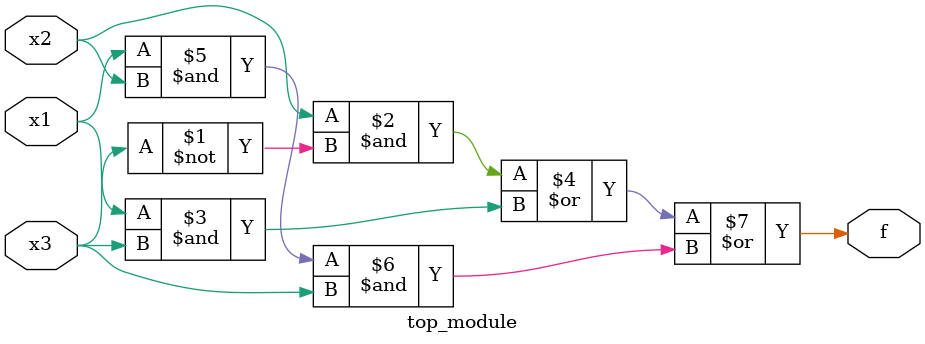
<source format=sv>
module top_module (
    input x3,
    input x2,
    input x1,
    output f
);

assign f = (x2 & ~x3) | (x1 & x3) | (x1 & x2 & x3);

endmodule

</source>
